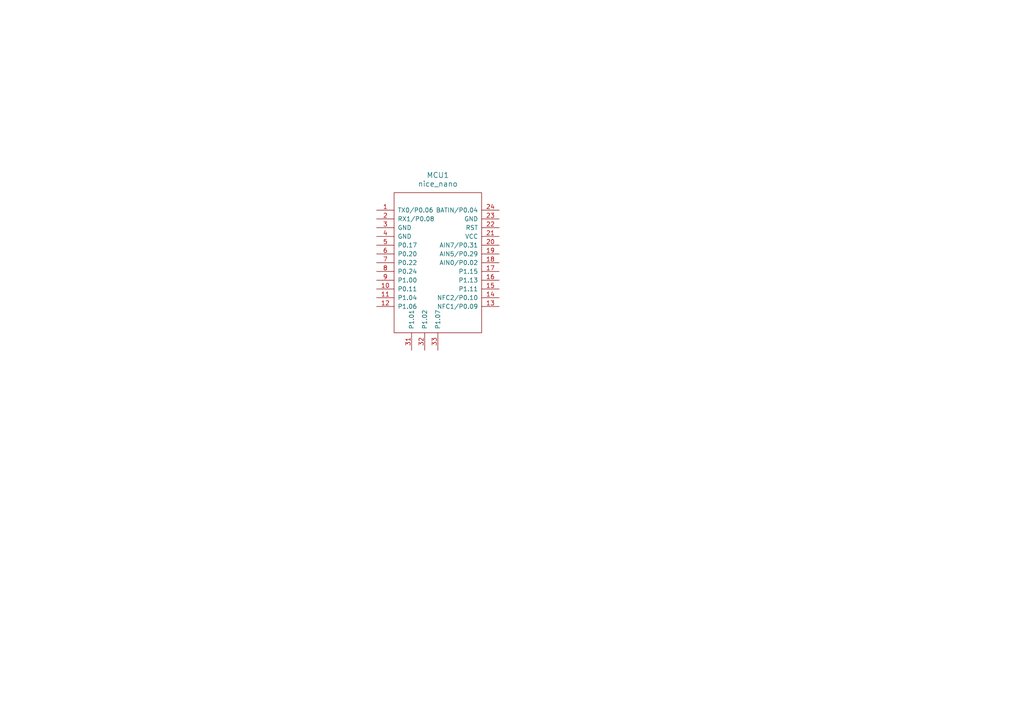
<source format=kicad_sch>
(kicad_sch (version 20231120) (generator "eeschema") (generator_version "8.0")
  (paper "A4")
  (lib_symbols
    (symbol "Nice!Nano:nice_nano" (pin_names (offset 1.016))
      (property "Reference" "U" (at 0 0 0))
      (property "Value" "nice_nano" (at 0 2.54 0))
      (symbol "nice_nano_0_1"
        (rectangle (start -12.7 -21.59) (end 12.7 19.05))
      )
      (symbol "nice_nano_1_1"
        (pin input line (at -17.78 13.97 0) (length 5.08) (name "TX0/P0.06") (number "1"))
        (pin input line (at -17.78 -8.89 0) (length 5.08) (name "P0.11") (number "10"))
        (pin input line (at -17.78 -11.43 0) (length 5.08) (name "P1.04") (number "11"))
        (pin input line (at -17.78 -13.97 0) (length 5.08) (name "P1.06") (number "12"))
        (pin input line (at 17.78 -13.97 180) (length 5.08) (name "NFC1/P0.09") (number "13"))
        (pin input line (at 17.78 -11.43 180) (length 5.08) (name "NFC2/P0.10") (number "14"))
        (pin input line (at 17.78 -8.89 180) (length 5.08) (name "P1.11") (number "15"))
        (pin input line (at 17.78 -6.35 180) (length 5.08) (name "P1.13") (number "16"))
        (pin input line (at 17.78 -3.81 180) (length 5.08) (name "P1.15") (number "17"))
        (pin input line (at 17.78 -1.27 180) (length 5.08) (name "AIN0/P0.02") (number "18"))
        (pin input line (at 17.78 1.27 180) (length 5.08) (name "AIN5/P0.29") (number "19"))
        (pin input line (at -17.78 11.43 0) (length 5.08) (name "RX1/P0.08") (number "2"))
        (pin input line (at 17.78 3.81 180) (length 5.08) (name "AIN7/P0.31") (number "20"))
        (pin input line (at 17.78 6.35 180) (length 5.08) (name "VCC") (number "21"))
        (pin input line (at 17.78 8.89 180) (length 5.08) (name "RST") (number "22"))
        (pin input line (at 17.78 11.43 180) (length 5.08) (name "GND") (number "23"))
        (pin input line (at 17.78 13.97 180) (length 5.08) (name "BATIN/P0.04") (number "24"))
        (pin input line (at -17.78 8.89 0) (length 5.08) (name "GND") (number "3"))
        (pin input line (at -7.62 -26.67 90) (length 5.08) (name "P1.01") (number "31"))
        (pin input line (at -3.81 -26.67 90) (length 5.08) (name "P1.02") (number "32"))
        (pin input line (at 0 -26.67 90) (length 5.08) (name "P1.07") (number "33"))
        (pin input line (at -17.78 6.35 0) (length 5.08) (name "GND") (number "4"))
        (pin input line (at -17.78 3.81 0) (length 5.08) (name "P0.17") (number "5"))
        (pin input line (at -17.78 1.27 0) (length 5.08) (name "P0.20") (number "6"))
        (pin input line (at -17.78 -1.27 0) (length 5.08) (name "P0.22") (number "7"))
        (pin input line (at -17.78 -3.81 0) (length 5.08) (name "P0.24") (number "8"))
        (pin input line (at -17.78 -6.35 0) (length 5.08) (name "P1.00") (number "9"))
      )
    )
  )
  (symbol (lib_id "Nice!Nano:nice_nano") (at 127 74.93 0) (unit 1)
    (property "Reference" "MCU1" (at 127 50.8 0) (effects (font (size 1.524 1.524))))
    (property "Value" "nice_nano" (at 127 53.34 0) (effects (font (size 1.524 1.524))))
  )
)
</source>
